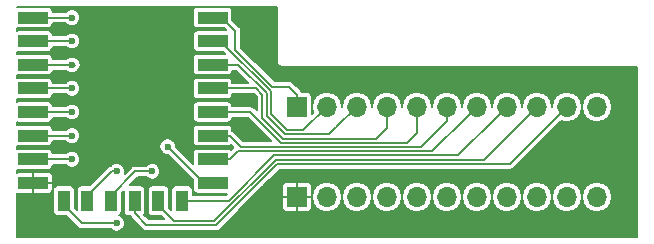
<source format=gbr>
G04 #@! TF.GenerationSoftware,KiCad,Pcbnew,5.0.2+dfsg1-1*
G04 #@! TF.CreationDate,2021-01-06T22:48:14+01:00*
G04 #@! TF.ProjectId,esp_12e_proto_board,6573705f-3132-4655-9f70-726f746f5f62,B*
G04 #@! TF.SameCoordinates,Original*
G04 #@! TF.FileFunction,Copper,L1,Top*
G04 #@! TF.FilePolarity,Positive*
%FSLAX46Y46*%
G04 Gerber Fmt 4.6, Leading zero omitted, Abs format (unit mm)*
G04 Created by KiCad (PCBNEW 5.0.2+dfsg1-1) date Wed 06 Jan 2021 10:48:14 PM CET*
%MOMM*%
%LPD*%
G01*
G04 APERTURE LIST*
G04 #@! TA.AperFunction,SMDPad,CuDef*
%ADD10R,2.500000X1.000000*%
G04 #@! TD*
G04 #@! TA.AperFunction,SMDPad,CuDef*
%ADD11R,1.000000X1.800000*%
G04 #@! TD*
G04 #@! TA.AperFunction,ComponentPad*
%ADD12O,1.700000X1.700000*%
G04 #@! TD*
G04 #@! TA.AperFunction,ComponentPad*
%ADD13R,1.700000X1.700000*%
G04 #@! TD*
G04 #@! TA.AperFunction,ViaPad*
%ADD14C,0.600000*%
G04 #@! TD*
G04 #@! TA.AperFunction,Conductor*
%ADD15C,0.177800*%
G04 #@! TD*
G04 #@! TA.AperFunction,Conductor*
%ADD16C,0.127000*%
G04 #@! TD*
G04 #@! TA.AperFunction,Conductor*
%ADD17C,0.200000*%
G04 #@! TD*
G04 APERTURE END LIST*
D10*
G04 #@! TO.P,U1,1*
G04 #@! TO.N,~RST*
X123718000Y-92766000D03*
G04 #@! TO.P,U1,2*
G04 #@! TO.N,ADC*
X123718000Y-94766000D03*
G04 #@! TO.P,U1,3*
G04 #@! TO.N,EN*
X123718000Y-96766000D03*
G04 #@! TO.P,U1,4*
G04 #@! TO.N,GPIO16*
X123718000Y-98766000D03*
G04 #@! TO.P,U1,5*
G04 #@! TO.N,GPIO14*
X123718000Y-100766000D03*
G04 #@! TO.P,U1,6*
G04 #@! TO.N,GPIO12*
X123718000Y-102766000D03*
G04 #@! TO.P,U1,7*
G04 #@! TO.N,GPIO13*
X123718000Y-104766000D03*
G04 #@! TO.P,U1,8*
G04 #@! TO.N,+3V3*
X123718000Y-106766000D03*
D11*
G04 #@! TO.P,U1,9*
G04 #@! TO.N,CS0*
X126318000Y-108266000D03*
G04 #@! TO.P,U1,10*
G04 #@! TO.N,MISO*
X128318000Y-108266000D03*
G04 #@! TO.P,U1,11*
G04 #@! TO.N,GPIO9*
X130318000Y-108266000D03*
G04 #@! TO.P,U1,12*
G04 #@! TO.N,GPIO10*
X132318000Y-108266000D03*
G04 #@! TO.P,U1,13*
G04 #@! TO.N,MOSI*
X134318000Y-108266000D03*
G04 #@! TO.P,U1,14*
G04 #@! TO.N,SCLK*
X136318000Y-108266000D03*
D10*
G04 #@! TO.P,U1,15*
G04 #@! TO.N,GND*
X138918000Y-106766000D03*
G04 #@! TO.P,U1,16*
G04 #@! TO.N,GPIO15*
X138918000Y-104766000D03*
G04 #@! TO.P,U1,17*
G04 #@! TO.N,GPIO2*
X138918000Y-102766000D03*
G04 #@! TO.P,U1,18*
G04 #@! TO.N,GPIO0*
X138918000Y-100766000D03*
G04 #@! TO.P,U1,19*
G04 #@! TO.N,GPIO4*
X138918000Y-98766000D03*
G04 #@! TO.P,U1,20*
G04 #@! TO.N,GPIO5*
X138918000Y-96766000D03*
G04 #@! TO.P,U1,21*
G04 #@! TO.N,RXD0*
X138918000Y-94766000D03*
G04 #@! TO.P,U1,22*
G04 #@! TO.N,TXD0*
X138918000Y-92766000D03*
G04 #@! TD*
D12*
G04 #@! TO.P,J1,11*
G04 #@! TO.N,GND*
X171450000Y-100330000D03*
G04 #@! TO.P,J1,10*
G04 #@! TO.N,GPIO10*
X168910000Y-100330000D03*
G04 #@! TO.P,J1,9*
G04 #@! TO.N,MOSI*
X166370000Y-100330000D03*
G04 #@! TO.P,J1,8*
G04 #@! TO.N,SCLK*
X163830000Y-100330000D03*
G04 #@! TO.P,J1,7*
G04 #@! TO.N,GPIO15*
X161290000Y-100330000D03*
G04 #@! TO.P,J1,6*
G04 #@! TO.N,GPIO2*
X158750000Y-100330000D03*
G04 #@! TO.P,J1,5*
G04 #@! TO.N,GPIO0*
X156210000Y-100330000D03*
G04 #@! TO.P,J1,4*
G04 #@! TO.N,GPIO4*
X153670000Y-100330000D03*
G04 #@! TO.P,J1,3*
G04 #@! TO.N,GPIO5*
X151130000Y-100330000D03*
G04 #@! TO.P,J1,2*
G04 #@! TO.N,RXD0*
X148590000Y-100330000D03*
D13*
G04 #@! TO.P,J1,1*
G04 #@! TO.N,TXD0*
X146050000Y-100330000D03*
G04 #@! TD*
G04 #@! TO.P,J2,1*
G04 #@! TO.N,+3V3*
X146050000Y-107950000D03*
D12*
G04 #@! TO.P,J2,2*
G04 #@! TO.N,CS0*
X148590000Y-107950000D03*
G04 #@! TO.P,J2,3*
G04 #@! TO.N,MISO*
X151130000Y-107950000D03*
G04 #@! TO.P,J2,4*
G04 #@! TO.N,GPIO9*
X153670000Y-107950000D03*
G04 #@! TO.P,J2,5*
G04 #@! TO.N,GPIO13*
X156210000Y-107950000D03*
G04 #@! TO.P,J2,6*
G04 #@! TO.N,GPIO12*
X158750000Y-107950000D03*
G04 #@! TO.P,J2,7*
G04 #@! TO.N,GPIO14*
X161290000Y-107950000D03*
G04 #@! TO.P,J2,8*
G04 #@! TO.N,GPIO16*
X163830000Y-107950000D03*
G04 #@! TO.P,J2,9*
G04 #@! TO.N,EN*
X166370000Y-107950000D03*
G04 #@! TO.P,J2,10*
G04 #@! TO.N,ADC*
X168910000Y-107950000D03*
G04 #@! TO.P,J2,11*
G04 #@! TO.N,~RST*
X171450000Y-107950000D03*
G04 #@! TD*
D14*
G04 #@! TO.N,GND*
X135100000Y-103700000D03*
G04 #@! TO.N,CS0*
X130800000Y-110200000D03*
G04 #@! TO.N,MISO*
X130800000Y-105800000D03*
G04 #@! TO.N,GPIO9*
X133800000Y-105800000D03*
G04 #@! TO.N,GPIO13*
X127000000Y-104766000D03*
G04 #@! TO.N,GPIO12*
X127000000Y-102766000D03*
G04 #@! TO.N,GPIO14*
X127000000Y-100766000D03*
G04 #@! TO.N,GPIO16*
X127000000Y-98766000D03*
G04 #@! TO.N,EN*
X127000000Y-96766000D03*
G04 #@! TO.N,ADC*
X127000000Y-94766000D03*
G04 #@! TO.N,~RST*
X127000000Y-92766000D03*
G04 #@! TD*
D15*
G04 #@! TO.N,GND*
X138918000Y-106766000D02*
X139668000Y-106766000D01*
X135102000Y-103700000D02*
X135100000Y-103700000D01*
X138168000Y-106766000D02*
X135102000Y-103700000D01*
X138918000Y-106766000D02*
X138168000Y-106766000D01*
G04 #@! TO.N,SCLK*
X136318000Y-108266000D02*
X136995800Y-108266000D01*
X136318000Y-108266000D02*
X140273000Y-108266000D01*
X162980001Y-101179999D02*
X163830000Y-100330000D01*
X159715141Y-104444859D02*
X162980001Y-101179999D01*
X144094141Y-104444859D02*
X159715141Y-104444859D01*
X140273000Y-108266000D02*
X144094141Y-104444859D01*
G04 #@! TO.N,MOSI*
X134318000Y-108666000D02*
X135634000Y-109982000D01*
X134318000Y-108266000D02*
X134318000Y-108666000D01*
X161899531Y-104800469D02*
X165520001Y-101179999D01*
X165520001Y-101179999D02*
X166370000Y-100330000D01*
X139065000Y-109982000D02*
X144246531Y-104800469D01*
X144246531Y-104800469D02*
X161899531Y-104800469D01*
X135634000Y-109982000D02*
X139065000Y-109982000D01*
G04 #@! TO.N,GPIO10*
X132318000Y-108266000D02*
X132318000Y-108666000D01*
X164083921Y-105156079D02*
X168060001Y-101179999D01*
X144393829Y-105156079D02*
X164083921Y-105156079D01*
X139212299Y-110337609D02*
X144393829Y-105156079D01*
X133311810Y-110337610D02*
X139212299Y-110337609D01*
X132318000Y-109343800D02*
X133311810Y-110337610D01*
X168060001Y-101179999D02*
X168910000Y-100330000D01*
X132318000Y-108266000D02*
X132318000Y-109343800D01*
G04 #@! TO.N,GPIO15*
X157530751Y-104089249D02*
X160440001Y-101179999D01*
X141022551Y-104089249D02*
X157530751Y-104089249D01*
X140345800Y-104766000D02*
X141022551Y-104089249D01*
X160440001Y-101179999D02*
X161290000Y-100330000D01*
X138918000Y-104766000D02*
X140345800Y-104766000D01*
G04 #@! TO.N,GPIO2*
X158750000Y-101532081D02*
X158750000Y-100330000D01*
X141313439Y-103733639D02*
X156548442Y-103733639D01*
X140345800Y-102766000D02*
X141313439Y-103733639D01*
X156548442Y-103733639D02*
X158750000Y-101532081D01*
X138918000Y-102766000D02*
X140345800Y-102766000D01*
G04 #@! TO.N,GPIO0*
X144708921Y-103378029D02*
X155371771Y-103378029D01*
X142096892Y-100766000D02*
X144708921Y-103378029D01*
X138918000Y-100766000D02*
X142096892Y-100766000D01*
X156210000Y-102539800D02*
X156210000Y-100330000D01*
X155371771Y-103378029D02*
X156210000Y-102539800D01*
G04 #@! TO.N,GPIO4*
X138918000Y-98766000D02*
X142582131Y-98766000D01*
X143128990Y-99312859D02*
X143128990Y-101295190D01*
X142582131Y-98766000D02*
X143128990Y-99312859D01*
X144856219Y-103022419D02*
X152730181Y-103022419D01*
X143128990Y-101295190D02*
X144856219Y-103022419D01*
X153670000Y-102082600D02*
X153670000Y-100330000D01*
X152730181Y-103022419D02*
X153670000Y-102082600D01*
G04 #@! TO.N,GPIO5*
X145008609Y-102666809D02*
X148793191Y-102666809D01*
X143484600Y-101142800D02*
X145008609Y-102666809D01*
X148793191Y-102666809D02*
X149400000Y-102060000D01*
X143484600Y-99165561D02*
X143484600Y-101142800D01*
X141093039Y-96774000D02*
X143484600Y-99165561D01*
X140353800Y-96774000D02*
X141093039Y-96774000D01*
X149148791Y-102311209D02*
X149400000Y-102060000D01*
X149400000Y-102060000D02*
X151130000Y-100330000D01*
X140345800Y-96766000D02*
X140353800Y-96774000D01*
X138918000Y-96766000D02*
X140345800Y-96766000D01*
D16*
G04 #@! TO.N,RXD0*
X138918000Y-94766000D02*
X139668000Y-94766000D01*
D15*
X139668000Y-94766000D02*
X139720200Y-94818200D01*
X139720200Y-94898253D02*
X143840200Y-99018253D01*
X139720200Y-94818200D02*
X139720200Y-94898253D01*
X143840200Y-99018253D02*
X143840200Y-100965000D01*
X143840200Y-100965000D02*
X145186400Y-102311200D01*
X146608800Y-102311200D02*
X148590000Y-100330000D01*
X145186400Y-102311200D02*
X146608800Y-102311200D01*
G04 #@! TO.N,TXD0*
X143953055Y-98628200D02*
X140843000Y-95518145D01*
X139668000Y-92766000D02*
X138918000Y-92766000D01*
X140843000Y-93941000D02*
X139668000Y-92766000D01*
X140843000Y-95518145D02*
X140843000Y-93941000D01*
X145376000Y-98628200D02*
X146050000Y-99302200D01*
X146050000Y-99302200D02*
X146050000Y-100330000D01*
X143953055Y-98628200D02*
X145376000Y-98628200D01*
G04 #@! TO.N,CS0*
X126318000Y-108266000D02*
X126318000Y-108666000D01*
X126318000Y-108666000D02*
X127852000Y-110200000D01*
X127852000Y-110200000D02*
X128252000Y-110200000D01*
X128252000Y-110200000D02*
X130800000Y-110200000D01*
G04 #@! TO.N,MISO*
X130384000Y-105800000D02*
X130800000Y-105800000D01*
X128318000Y-107866000D02*
X130384000Y-105800000D01*
X128318000Y-108266000D02*
X128318000Y-107866000D01*
G04 #@! TO.N,GPIO9*
X132384000Y-105800000D02*
X133800000Y-105800000D01*
X130318000Y-107866000D02*
X132384000Y-105800000D01*
X130318000Y-108266000D02*
X130318000Y-107866000D01*
G04 #@! TO.N,GPIO13*
X123718000Y-104766000D02*
X127000000Y-104766000D01*
G04 #@! TO.N,GPIO12*
X123718000Y-102766000D02*
X127000000Y-102766000D01*
G04 #@! TO.N,GPIO14*
X123718000Y-100766000D02*
X127000000Y-100766000D01*
G04 #@! TO.N,GPIO16*
X123718000Y-98766000D02*
X127000000Y-98766000D01*
G04 #@! TO.N,EN*
X123718000Y-96766000D02*
X127236600Y-96766000D01*
G04 #@! TO.N,ADC*
X123718000Y-94766000D02*
X127000000Y-94766000D01*
G04 #@! TO.N,~RST*
X123718000Y-92766000D02*
X127000000Y-92766000D01*
G04 #@! TD*
D17*
G04 #@! TO.N,+3V3*
G36*
X144367300Y-96479354D02*
X144359215Y-96520000D01*
X144391245Y-96681027D01*
X144448022Y-96766000D01*
X144482460Y-96817540D01*
X144618973Y-96908755D01*
X144780000Y-96940785D01*
X144820646Y-96932700D01*
X174847301Y-96932700D01*
X174847300Y-111347300D01*
X122332700Y-111347300D01*
X122332700Y-107642914D01*
X122388435Y-107666000D01*
X123613000Y-107666000D01*
X123713000Y-107566000D01*
X123713000Y-106771000D01*
X123723000Y-106771000D01*
X123723000Y-107566000D01*
X123823000Y-107666000D01*
X125047565Y-107666000D01*
X125194582Y-107605104D01*
X125307104Y-107492582D01*
X125359535Y-107366000D01*
X125410164Y-107366000D01*
X125410164Y-109166000D01*
X125441209Y-109322072D01*
X125529616Y-109454384D01*
X125661928Y-109542791D01*
X125818000Y-109573836D01*
X126534428Y-109573836D01*
X127472247Y-110511656D01*
X127499523Y-110552477D01*
X127661241Y-110660534D01*
X127803848Y-110688900D01*
X127803849Y-110688900D01*
X127852000Y-110698478D01*
X127900151Y-110688900D01*
X130298950Y-110688900D01*
X130403482Y-110793432D01*
X130660761Y-110900000D01*
X130939239Y-110900000D01*
X131196518Y-110793432D01*
X131393432Y-110596518D01*
X131500000Y-110339239D01*
X131500000Y-110060761D01*
X131393432Y-109803482D01*
X131196518Y-109606568D01*
X131000276Y-109525282D01*
X131106384Y-109454384D01*
X131194791Y-109322072D01*
X131225836Y-109166000D01*
X131225836Y-107649572D01*
X131410164Y-107465244D01*
X131410164Y-109166000D01*
X131441209Y-109322072D01*
X131529616Y-109454384D01*
X131661928Y-109542791D01*
X131818000Y-109573836D01*
X131883711Y-109573836D01*
X131965524Y-109696277D01*
X132006344Y-109723552D01*
X132932060Y-110649269D01*
X132959334Y-110690087D01*
X133000152Y-110717361D01*
X133000154Y-110717363D01*
X133121050Y-110798143D01*
X133121051Y-110798143D01*
X133121052Y-110798144D01*
X133263659Y-110826510D01*
X133311810Y-110836088D01*
X133359961Y-110826510D01*
X139164147Y-110826508D01*
X139212299Y-110836086D01*
X139403058Y-110798142D01*
X139523954Y-110717362D01*
X139523955Y-110717361D01*
X139564776Y-110690085D01*
X139592052Y-110649265D01*
X142186317Y-108055000D01*
X144800000Y-108055000D01*
X144800000Y-108879565D01*
X144860896Y-109026582D01*
X144973418Y-109139104D01*
X145120435Y-109200000D01*
X145945000Y-109200000D01*
X146045000Y-109100000D01*
X146045000Y-107955000D01*
X146055000Y-107955000D01*
X146055000Y-109100000D01*
X146155000Y-109200000D01*
X146979565Y-109200000D01*
X147126582Y-109139104D01*
X147239104Y-109026582D01*
X147300000Y-108879565D01*
X147300000Y-108055000D01*
X147200000Y-107955000D01*
X146055000Y-107955000D01*
X146045000Y-107955000D01*
X144900000Y-107955000D01*
X144800000Y-108055000D01*
X142186317Y-108055000D01*
X142291317Y-107950000D01*
X147315512Y-107950000D01*
X147412527Y-108437725D01*
X147688801Y-108851199D01*
X148102275Y-109127473D01*
X148466891Y-109200000D01*
X148713109Y-109200000D01*
X149077725Y-109127473D01*
X149491199Y-108851199D01*
X149767473Y-108437725D01*
X149860000Y-107972563D01*
X149952527Y-108437725D01*
X150228801Y-108851199D01*
X150642275Y-109127473D01*
X151006891Y-109200000D01*
X151253109Y-109200000D01*
X151617725Y-109127473D01*
X152031199Y-108851199D01*
X152307473Y-108437725D01*
X152400000Y-107972563D01*
X152492527Y-108437725D01*
X152768801Y-108851199D01*
X153182275Y-109127473D01*
X153546891Y-109200000D01*
X153793109Y-109200000D01*
X154157725Y-109127473D01*
X154571199Y-108851199D01*
X154847473Y-108437725D01*
X154940000Y-107972563D01*
X155032527Y-108437725D01*
X155308801Y-108851199D01*
X155722275Y-109127473D01*
X156086891Y-109200000D01*
X156333109Y-109200000D01*
X156697725Y-109127473D01*
X157111199Y-108851199D01*
X157387473Y-108437725D01*
X157480000Y-107972563D01*
X157572527Y-108437725D01*
X157848801Y-108851199D01*
X158262275Y-109127473D01*
X158626891Y-109200000D01*
X158873109Y-109200000D01*
X159237725Y-109127473D01*
X159651199Y-108851199D01*
X159927473Y-108437725D01*
X160020000Y-107972563D01*
X160112527Y-108437725D01*
X160388801Y-108851199D01*
X160802275Y-109127473D01*
X161166891Y-109200000D01*
X161413109Y-109200000D01*
X161777725Y-109127473D01*
X162191199Y-108851199D01*
X162467473Y-108437725D01*
X162560000Y-107972563D01*
X162652527Y-108437725D01*
X162928801Y-108851199D01*
X163342275Y-109127473D01*
X163706891Y-109200000D01*
X163953109Y-109200000D01*
X164317725Y-109127473D01*
X164731199Y-108851199D01*
X165007473Y-108437725D01*
X165100000Y-107972563D01*
X165192527Y-108437725D01*
X165468801Y-108851199D01*
X165882275Y-109127473D01*
X166246891Y-109200000D01*
X166493109Y-109200000D01*
X166857725Y-109127473D01*
X167271199Y-108851199D01*
X167547473Y-108437725D01*
X167640000Y-107972563D01*
X167732527Y-108437725D01*
X168008801Y-108851199D01*
X168422275Y-109127473D01*
X168786891Y-109200000D01*
X169033109Y-109200000D01*
X169397725Y-109127473D01*
X169811199Y-108851199D01*
X170087473Y-108437725D01*
X170180000Y-107972563D01*
X170272527Y-108437725D01*
X170548801Y-108851199D01*
X170962275Y-109127473D01*
X171326891Y-109200000D01*
X171573109Y-109200000D01*
X171937725Y-109127473D01*
X172351199Y-108851199D01*
X172627473Y-108437725D01*
X172724488Y-107950000D01*
X172627473Y-107462275D01*
X172351199Y-107048801D01*
X171937725Y-106772527D01*
X171573109Y-106700000D01*
X171326891Y-106700000D01*
X170962275Y-106772527D01*
X170548801Y-107048801D01*
X170272527Y-107462275D01*
X170180000Y-107927437D01*
X170087473Y-107462275D01*
X169811199Y-107048801D01*
X169397725Y-106772527D01*
X169033109Y-106700000D01*
X168786891Y-106700000D01*
X168422275Y-106772527D01*
X168008801Y-107048801D01*
X167732527Y-107462275D01*
X167640000Y-107927437D01*
X167547473Y-107462275D01*
X167271199Y-107048801D01*
X166857725Y-106772527D01*
X166493109Y-106700000D01*
X166246891Y-106700000D01*
X165882275Y-106772527D01*
X165468801Y-107048801D01*
X165192527Y-107462275D01*
X165100000Y-107927437D01*
X165007473Y-107462275D01*
X164731199Y-107048801D01*
X164317725Y-106772527D01*
X163953109Y-106700000D01*
X163706891Y-106700000D01*
X163342275Y-106772527D01*
X162928801Y-107048801D01*
X162652527Y-107462275D01*
X162560000Y-107927437D01*
X162467473Y-107462275D01*
X162191199Y-107048801D01*
X161777725Y-106772527D01*
X161413109Y-106700000D01*
X161166891Y-106700000D01*
X160802275Y-106772527D01*
X160388801Y-107048801D01*
X160112527Y-107462275D01*
X160020000Y-107927437D01*
X159927473Y-107462275D01*
X159651199Y-107048801D01*
X159237725Y-106772527D01*
X158873109Y-106700000D01*
X158626891Y-106700000D01*
X158262275Y-106772527D01*
X157848801Y-107048801D01*
X157572527Y-107462275D01*
X157480000Y-107927437D01*
X157387473Y-107462275D01*
X157111199Y-107048801D01*
X156697725Y-106772527D01*
X156333109Y-106700000D01*
X156086891Y-106700000D01*
X155722275Y-106772527D01*
X155308801Y-107048801D01*
X155032527Y-107462275D01*
X154940000Y-107927437D01*
X154847473Y-107462275D01*
X154571199Y-107048801D01*
X154157725Y-106772527D01*
X153793109Y-106700000D01*
X153546891Y-106700000D01*
X153182275Y-106772527D01*
X152768801Y-107048801D01*
X152492527Y-107462275D01*
X152400000Y-107927437D01*
X152307473Y-107462275D01*
X152031199Y-107048801D01*
X151617725Y-106772527D01*
X151253109Y-106700000D01*
X151006891Y-106700000D01*
X150642275Y-106772527D01*
X150228801Y-107048801D01*
X149952527Y-107462275D01*
X149860000Y-107927437D01*
X149767473Y-107462275D01*
X149491199Y-107048801D01*
X149077725Y-106772527D01*
X148713109Y-106700000D01*
X148466891Y-106700000D01*
X148102275Y-106772527D01*
X147688801Y-107048801D01*
X147412527Y-107462275D01*
X147315512Y-107950000D01*
X142291317Y-107950000D01*
X143220882Y-107020435D01*
X144800000Y-107020435D01*
X144800000Y-107845000D01*
X144900000Y-107945000D01*
X146045000Y-107945000D01*
X146045000Y-106800000D01*
X146055000Y-106800000D01*
X146055000Y-107945000D01*
X147200000Y-107945000D01*
X147300000Y-107845000D01*
X147300000Y-107020435D01*
X147239104Y-106873418D01*
X147126582Y-106760896D01*
X146979565Y-106700000D01*
X146155000Y-106700000D01*
X146055000Y-106800000D01*
X146045000Y-106800000D01*
X145945000Y-106700000D01*
X145120435Y-106700000D01*
X144973418Y-106760896D01*
X144860896Y-106873418D01*
X144800000Y-107020435D01*
X143220882Y-107020435D01*
X144596338Y-105644979D01*
X164035774Y-105644979D01*
X164083921Y-105654556D01*
X164132068Y-105644979D01*
X164132073Y-105644979D01*
X164274680Y-105616613D01*
X164436398Y-105508556D01*
X164463676Y-105467733D01*
X168423660Y-101507749D01*
X168786891Y-101580000D01*
X169033109Y-101580000D01*
X169397725Y-101507473D01*
X169811199Y-101231199D01*
X170087473Y-100817725D01*
X170180000Y-100352563D01*
X170272527Y-100817725D01*
X170548801Y-101231199D01*
X170962275Y-101507473D01*
X171326891Y-101580000D01*
X171573109Y-101580000D01*
X171937725Y-101507473D01*
X172351199Y-101231199D01*
X172627473Y-100817725D01*
X172724488Y-100330000D01*
X172627473Y-99842275D01*
X172351199Y-99428801D01*
X171937725Y-99152527D01*
X171573109Y-99080000D01*
X171326891Y-99080000D01*
X170962275Y-99152527D01*
X170548801Y-99428801D01*
X170272527Y-99842275D01*
X170180000Y-100307437D01*
X170087473Y-99842275D01*
X169811199Y-99428801D01*
X169397725Y-99152527D01*
X169033109Y-99080000D01*
X168786891Y-99080000D01*
X168422275Y-99152527D01*
X168008801Y-99428801D01*
X167732527Y-99842275D01*
X167640000Y-100307437D01*
X167547473Y-99842275D01*
X167271199Y-99428801D01*
X166857725Y-99152527D01*
X166493109Y-99080000D01*
X166246891Y-99080000D01*
X165882275Y-99152527D01*
X165468801Y-99428801D01*
X165192527Y-99842275D01*
X165100000Y-100307437D01*
X165007473Y-99842275D01*
X164731199Y-99428801D01*
X164317725Y-99152527D01*
X163953109Y-99080000D01*
X163706891Y-99080000D01*
X163342275Y-99152527D01*
X162928801Y-99428801D01*
X162652527Y-99842275D01*
X162560000Y-100307437D01*
X162467473Y-99842275D01*
X162191199Y-99428801D01*
X161777725Y-99152527D01*
X161413109Y-99080000D01*
X161166891Y-99080000D01*
X160802275Y-99152527D01*
X160388801Y-99428801D01*
X160112527Y-99842275D01*
X160020000Y-100307437D01*
X159927473Y-99842275D01*
X159651199Y-99428801D01*
X159237725Y-99152527D01*
X158873109Y-99080000D01*
X158626891Y-99080000D01*
X158262275Y-99152527D01*
X157848801Y-99428801D01*
X157572527Y-99842275D01*
X157480000Y-100307437D01*
X157387473Y-99842275D01*
X157111199Y-99428801D01*
X156697725Y-99152527D01*
X156333109Y-99080000D01*
X156086891Y-99080000D01*
X155722275Y-99152527D01*
X155308801Y-99428801D01*
X155032527Y-99842275D01*
X154940000Y-100307437D01*
X154847473Y-99842275D01*
X154571199Y-99428801D01*
X154157725Y-99152527D01*
X153793109Y-99080000D01*
X153546891Y-99080000D01*
X153182275Y-99152527D01*
X152768801Y-99428801D01*
X152492527Y-99842275D01*
X152400000Y-100307437D01*
X152307473Y-99842275D01*
X152031199Y-99428801D01*
X151617725Y-99152527D01*
X151253109Y-99080000D01*
X151006891Y-99080000D01*
X150642275Y-99152527D01*
X150228801Y-99428801D01*
X149952527Y-99842275D01*
X149860000Y-100307437D01*
X149767473Y-99842275D01*
X149491199Y-99428801D01*
X149077725Y-99152527D01*
X148713109Y-99080000D01*
X148466891Y-99080000D01*
X148102275Y-99152527D01*
X147688801Y-99428801D01*
X147412527Y-99842275D01*
X147315512Y-100330000D01*
X147412251Y-100816340D01*
X147307836Y-100920755D01*
X147307836Y-99480000D01*
X147276791Y-99323928D01*
X147188384Y-99191616D01*
X147056072Y-99103209D01*
X146900000Y-99072164D01*
X146484290Y-99072164D01*
X146455685Y-99029354D01*
X146429753Y-98990544D01*
X146402477Y-98949723D01*
X146361657Y-98922448D01*
X145755754Y-98316546D01*
X145728477Y-98275723D01*
X145566759Y-98167666D01*
X145424152Y-98139300D01*
X145424147Y-98139300D01*
X145376000Y-98129723D01*
X145327853Y-98139300D01*
X144155564Y-98139300D01*
X141331900Y-95315637D01*
X141331900Y-93989147D01*
X141341477Y-93941000D01*
X141331900Y-93892853D01*
X141331900Y-93892848D01*
X141303534Y-93750241D01*
X141195477Y-93588523D01*
X141154656Y-93561247D01*
X140575836Y-92982428D01*
X140575836Y-92266000D01*
X140544791Y-92109928D01*
X140456384Y-91977616D01*
X140324072Y-91889209D01*
X140168000Y-91858164D01*
X137668000Y-91858164D01*
X137511928Y-91889209D01*
X137379616Y-91977616D01*
X137291209Y-92109928D01*
X137260164Y-92266000D01*
X137260164Y-93266000D01*
X137291209Y-93422072D01*
X137379616Y-93554384D01*
X137511928Y-93642791D01*
X137668000Y-93673836D01*
X139884428Y-93673836D01*
X140068755Y-93858164D01*
X137668000Y-93858164D01*
X137511928Y-93889209D01*
X137379616Y-93977616D01*
X137291209Y-94109928D01*
X137260164Y-94266000D01*
X137260164Y-95266000D01*
X137291209Y-95422072D01*
X137379616Y-95554384D01*
X137511928Y-95642791D01*
X137668000Y-95673836D01*
X139804375Y-95673836D01*
X139988703Y-95858164D01*
X137668000Y-95858164D01*
X137511928Y-95889209D01*
X137379616Y-95977616D01*
X137291209Y-96109928D01*
X137260164Y-96266000D01*
X137260164Y-97266000D01*
X137291209Y-97422072D01*
X137379616Y-97554384D01*
X137511928Y-97642791D01*
X137668000Y-97673836D01*
X140168000Y-97673836D01*
X140324072Y-97642791D01*
X140456384Y-97554384D01*
X140544791Y-97422072D01*
X140575836Y-97266000D01*
X140575836Y-97262900D01*
X140890531Y-97262900D01*
X141904731Y-98277100D01*
X140575836Y-98277100D01*
X140575836Y-98266000D01*
X140544791Y-98109928D01*
X140456384Y-97977616D01*
X140324072Y-97889209D01*
X140168000Y-97858164D01*
X137668000Y-97858164D01*
X137511928Y-97889209D01*
X137379616Y-97977616D01*
X137291209Y-98109928D01*
X137260164Y-98266000D01*
X137260164Y-99266000D01*
X137291209Y-99422072D01*
X137379616Y-99554384D01*
X137511928Y-99642791D01*
X137668000Y-99673836D01*
X140168000Y-99673836D01*
X140324072Y-99642791D01*
X140456384Y-99554384D01*
X140544791Y-99422072D01*
X140575836Y-99266000D01*
X140575836Y-99254900D01*
X142379623Y-99254900D01*
X142640090Y-99515368D01*
X142640091Y-100617791D01*
X142476646Y-100454346D01*
X142449369Y-100413523D01*
X142287651Y-100305466D01*
X142145044Y-100277100D01*
X142145039Y-100277100D01*
X142096892Y-100267523D01*
X142048745Y-100277100D01*
X140575836Y-100277100D01*
X140575836Y-100266000D01*
X140544791Y-100109928D01*
X140456384Y-99977616D01*
X140324072Y-99889209D01*
X140168000Y-99858164D01*
X137668000Y-99858164D01*
X137511928Y-99889209D01*
X137379616Y-99977616D01*
X137291209Y-100109928D01*
X137260164Y-100266000D01*
X137260164Y-101266000D01*
X137291209Y-101422072D01*
X137379616Y-101554384D01*
X137511928Y-101642791D01*
X137668000Y-101673836D01*
X140168000Y-101673836D01*
X140324072Y-101642791D01*
X140456384Y-101554384D01*
X140544791Y-101422072D01*
X140575836Y-101266000D01*
X140575836Y-101254900D01*
X141894384Y-101254900D01*
X143884222Y-103244739D01*
X141515948Y-103244739D01*
X140725554Y-102454346D01*
X140698277Y-102413523D01*
X140575836Y-102331710D01*
X140575836Y-102266000D01*
X140544791Y-102109928D01*
X140456384Y-101977616D01*
X140324072Y-101889209D01*
X140168000Y-101858164D01*
X137668000Y-101858164D01*
X137511928Y-101889209D01*
X137379616Y-101977616D01*
X137291209Y-102109928D01*
X137260164Y-102266000D01*
X137260164Y-103266000D01*
X137291209Y-103422072D01*
X137379616Y-103554384D01*
X137511928Y-103642791D01*
X137668000Y-103673836D01*
X140168000Y-103673836D01*
X140324072Y-103642791D01*
X140448226Y-103559835D01*
X140652085Y-103763694D01*
X140642798Y-103777593D01*
X140448226Y-103972165D01*
X140324072Y-103889209D01*
X140168000Y-103858164D01*
X137668000Y-103858164D01*
X137511928Y-103889209D01*
X137379616Y-103977616D01*
X137291209Y-104109928D01*
X137260164Y-104266000D01*
X137260164Y-105166755D01*
X135800000Y-103706592D01*
X135800000Y-103560761D01*
X135693432Y-103303482D01*
X135496518Y-103106568D01*
X135239239Y-103000000D01*
X134960761Y-103000000D01*
X134703482Y-103106568D01*
X134506568Y-103303482D01*
X134400000Y-103560761D01*
X134400000Y-103839239D01*
X134506568Y-104096518D01*
X134703482Y-104293432D01*
X134960761Y-104400000D01*
X135110592Y-104400000D01*
X137260164Y-106549573D01*
X137260164Y-107266000D01*
X137291209Y-107422072D01*
X137379616Y-107554384D01*
X137511928Y-107642791D01*
X137668000Y-107673836D01*
X140168000Y-107673836D01*
X140175185Y-107672407D01*
X140070492Y-107777100D01*
X137225836Y-107777100D01*
X137225836Y-107366000D01*
X137194791Y-107209928D01*
X137106384Y-107077616D01*
X136974072Y-106989209D01*
X136818000Y-106958164D01*
X135818000Y-106958164D01*
X135661928Y-106989209D01*
X135529616Y-107077616D01*
X135441209Y-107209928D01*
X135410164Y-107366000D01*
X135410164Y-109066755D01*
X135225836Y-108882428D01*
X135225836Y-107366000D01*
X135194791Y-107209928D01*
X135106384Y-107077616D01*
X134974072Y-106989209D01*
X134818000Y-106958164D01*
X133818000Y-106958164D01*
X133661928Y-106989209D01*
X133529616Y-107077616D01*
X133441209Y-107209928D01*
X133410164Y-107366000D01*
X133410164Y-109166000D01*
X133441209Y-109322072D01*
X133529616Y-109454384D01*
X133661928Y-109542791D01*
X133818000Y-109573836D01*
X134534428Y-109573836D01*
X134809302Y-109848710D01*
X133514320Y-109848711D01*
X133111835Y-109446226D01*
X133194791Y-109322072D01*
X133225836Y-109166000D01*
X133225836Y-107366000D01*
X133194791Y-107209928D01*
X133106384Y-107077616D01*
X132974072Y-106989209D01*
X132818000Y-106958164D01*
X131917245Y-106958164D01*
X132586509Y-106288900D01*
X133298950Y-106288900D01*
X133403482Y-106393432D01*
X133660761Y-106500000D01*
X133939239Y-106500000D01*
X134196518Y-106393432D01*
X134393432Y-106196518D01*
X134500000Y-105939239D01*
X134500000Y-105660761D01*
X134393432Y-105403482D01*
X134196518Y-105206568D01*
X133939239Y-105100000D01*
X133660761Y-105100000D01*
X133403482Y-105206568D01*
X133298950Y-105311100D01*
X132432146Y-105311100D01*
X132383999Y-105301523D01*
X132335852Y-105311100D01*
X132335848Y-105311100D01*
X132193241Y-105339466D01*
X132031523Y-105447523D01*
X132004247Y-105488344D01*
X131462275Y-106030317D01*
X131500000Y-105939239D01*
X131500000Y-105660761D01*
X131393432Y-105403482D01*
X131196518Y-105206568D01*
X130939239Y-105100000D01*
X130660761Y-105100000D01*
X130403482Y-105206568D01*
X130289788Y-105320262D01*
X130193241Y-105339466D01*
X130031523Y-105447523D01*
X130004247Y-105488344D01*
X128534428Y-106958164D01*
X127818000Y-106958164D01*
X127661928Y-106989209D01*
X127529616Y-107077616D01*
X127441209Y-107209928D01*
X127410164Y-107366000D01*
X127410164Y-109066756D01*
X127225836Y-108882428D01*
X127225836Y-107366000D01*
X127194791Y-107209928D01*
X127106384Y-107077616D01*
X126974072Y-106989209D01*
X126818000Y-106958164D01*
X125818000Y-106958164D01*
X125661928Y-106989209D01*
X125529616Y-107077616D01*
X125441209Y-107209928D01*
X125410164Y-107366000D01*
X125359535Y-107366000D01*
X125368000Y-107345565D01*
X125368000Y-106871000D01*
X125268000Y-106771000D01*
X123723000Y-106771000D01*
X123713000Y-106771000D01*
X123693000Y-106771000D01*
X123693000Y-106761000D01*
X123713000Y-106761000D01*
X123713000Y-105966000D01*
X123723000Y-105966000D01*
X123723000Y-106761000D01*
X125268000Y-106761000D01*
X125368000Y-106661000D01*
X125368000Y-106186435D01*
X125307104Y-106039418D01*
X125194582Y-105926896D01*
X125047565Y-105866000D01*
X123823000Y-105866000D01*
X123723000Y-105966000D01*
X123713000Y-105966000D01*
X123613000Y-105866000D01*
X122388435Y-105866000D01*
X122332700Y-105889086D01*
X122332700Y-105646923D01*
X122468000Y-105673836D01*
X124968000Y-105673836D01*
X125124072Y-105642791D01*
X125256384Y-105554384D01*
X125344791Y-105422072D01*
X125375836Y-105266000D01*
X125375836Y-105254900D01*
X126498950Y-105254900D01*
X126603482Y-105359432D01*
X126860761Y-105466000D01*
X127139239Y-105466000D01*
X127396518Y-105359432D01*
X127593432Y-105162518D01*
X127700000Y-104905239D01*
X127700000Y-104626761D01*
X127593432Y-104369482D01*
X127396518Y-104172568D01*
X127139239Y-104066000D01*
X126860761Y-104066000D01*
X126603482Y-104172568D01*
X126498950Y-104277100D01*
X125375836Y-104277100D01*
X125375836Y-104266000D01*
X125344791Y-104109928D01*
X125256384Y-103977616D01*
X125124072Y-103889209D01*
X124968000Y-103858164D01*
X122468000Y-103858164D01*
X122332700Y-103885077D01*
X122332700Y-103646923D01*
X122468000Y-103673836D01*
X124968000Y-103673836D01*
X125124072Y-103642791D01*
X125256384Y-103554384D01*
X125344791Y-103422072D01*
X125375836Y-103266000D01*
X125375836Y-103254900D01*
X126498950Y-103254900D01*
X126603482Y-103359432D01*
X126860761Y-103466000D01*
X127139239Y-103466000D01*
X127396518Y-103359432D01*
X127593432Y-103162518D01*
X127700000Y-102905239D01*
X127700000Y-102626761D01*
X127593432Y-102369482D01*
X127396518Y-102172568D01*
X127139239Y-102066000D01*
X126860761Y-102066000D01*
X126603482Y-102172568D01*
X126498950Y-102277100D01*
X125375836Y-102277100D01*
X125375836Y-102266000D01*
X125344791Y-102109928D01*
X125256384Y-101977616D01*
X125124072Y-101889209D01*
X124968000Y-101858164D01*
X122468000Y-101858164D01*
X122332700Y-101885077D01*
X122332700Y-101646923D01*
X122468000Y-101673836D01*
X124968000Y-101673836D01*
X125124072Y-101642791D01*
X125256384Y-101554384D01*
X125344791Y-101422072D01*
X125375836Y-101266000D01*
X125375836Y-101254900D01*
X126498950Y-101254900D01*
X126603482Y-101359432D01*
X126860761Y-101466000D01*
X127139239Y-101466000D01*
X127396518Y-101359432D01*
X127593432Y-101162518D01*
X127700000Y-100905239D01*
X127700000Y-100626761D01*
X127593432Y-100369482D01*
X127396518Y-100172568D01*
X127139239Y-100066000D01*
X126860761Y-100066000D01*
X126603482Y-100172568D01*
X126498950Y-100277100D01*
X125375836Y-100277100D01*
X125375836Y-100266000D01*
X125344791Y-100109928D01*
X125256384Y-99977616D01*
X125124072Y-99889209D01*
X124968000Y-99858164D01*
X122468000Y-99858164D01*
X122332700Y-99885077D01*
X122332700Y-99646923D01*
X122468000Y-99673836D01*
X124968000Y-99673836D01*
X125124072Y-99642791D01*
X125256384Y-99554384D01*
X125344791Y-99422072D01*
X125375836Y-99266000D01*
X125375836Y-99254900D01*
X126498950Y-99254900D01*
X126603482Y-99359432D01*
X126860761Y-99466000D01*
X127139239Y-99466000D01*
X127396518Y-99359432D01*
X127593432Y-99162518D01*
X127700000Y-98905239D01*
X127700000Y-98626761D01*
X127593432Y-98369482D01*
X127396518Y-98172568D01*
X127139239Y-98066000D01*
X126860761Y-98066000D01*
X126603482Y-98172568D01*
X126498950Y-98277100D01*
X125375836Y-98277100D01*
X125375836Y-98266000D01*
X125344791Y-98109928D01*
X125256384Y-97977616D01*
X125124072Y-97889209D01*
X124968000Y-97858164D01*
X122468000Y-97858164D01*
X122332700Y-97885077D01*
X122332700Y-97646923D01*
X122468000Y-97673836D01*
X124968000Y-97673836D01*
X125124072Y-97642791D01*
X125256384Y-97554384D01*
X125344791Y-97422072D01*
X125375836Y-97266000D01*
X125375836Y-97254900D01*
X126498950Y-97254900D01*
X126603482Y-97359432D01*
X126860761Y-97466000D01*
X127139239Y-97466000D01*
X127396518Y-97359432D01*
X127593432Y-97162518D01*
X127648529Y-97029501D01*
X127697134Y-96956759D01*
X127735078Y-96766000D01*
X127697134Y-96575241D01*
X127648529Y-96502499D01*
X127593432Y-96369482D01*
X127396518Y-96172568D01*
X127139239Y-96066000D01*
X126860761Y-96066000D01*
X126603482Y-96172568D01*
X126498950Y-96277100D01*
X125375836Y-96277100D01*
X125375836Y-96266000D01*
X125344791Y-96109928D01*
X125256384Y-95977616D01*
X125124072Y-95889209D01*
X124968000Y-95858164D01*
X122468000Y-95858164D01*
X122332700Y-95885077D01*
X122332700Y-95646923D01*
X122468000Y-95673836D01*
X124968000Y-95673836D01*
X125124072Y-95642791D01*
X125256384Y-95554384D01*
X125344791Y-95422072D01*
X125375836Y-95266000D01*
X125375836Y-95254900D01*
X126498950Y-95254900D01*
X126603482Y-95359432D01*
X126860761Y-95466000D01*
X127139239Y-95466000D01*
X127396518Y-95359432D01*
X127593432Y-95162518D01*
X127700000Y-94905239D01*
X127700000Y-94626761D01*
X127593432Y-94369482D01*
X127396518Y-94172568D01*
X127139239Y-94066000D01*
X126860761Y-94066000D01*
X126603482Y-94172568D01*
X126498950Y-94277100D01*
X125375836Y-94277100D01*
X125375836Y-94266000D01*
X125344791Y-94109928D01*
X125256384Y-93977616D01*
X125124072Y-93889209D01*
X124968000Y-93858164D01*
X122468000Y-93858164D01*
X122332700Y-93885077D01*
X122332700Y-93646923D01*
X122468000Y-93673836D01*
X124968000Y-93673836D01*
X125124072Y-93642791D01*
X125256384Y-93554384D01*
X125344791Y-93422072D01*
X125375836Y-93266000D01*
X125375836Y-93254900D01*
X126498950Y-93254900D01*
X126603482Y-93359432D01*
X126860761Y-93466000D01*
X127139239Y-93466000D01*
X127396518Y-93359432D01*
X127593432Y-93162518D01*
X127700000Y-92905239D01*
X127700000Y-92626761D01*
X127593432Y-92369482D01*
X127396518Y-92172568D01*
X127139239Y-92066000D01*
X126860761Y-92066000D01*
X126603482Y-92172568D01*
X126498950Y-92277100D01*
X125375836Y-92277100D01*
X125375836Y-92266000D01*
X125344791Y-92109928D01*
X125256384Y-91977616D01*
X125124072Y-91889209D01*
X124968000Y-91858164D01*
X122468000Y-91858164D01*
X122332700Y-91885077D01*
X122332700Y-91852700D01*
X144367301Y-91852700D01*
X144367300Y-96479354D01*
X144367300Y-96479354D01*
G37*
X144367300Y-96479354D02*
X144359215Y-96520000D01*
X144391245Y-96681027D01*
X144448022Y-96766000D01*
X144482460Y-96817540D01*
X144618973Y-96908755D01*
X144780000Y-96940785D01*
X144820646Y-96932700D01*
X174847301Y-96932700D01*
X174847300Y-111347300D01*
X122332700Y-111347300D01*
X122332700Y-107642914D01*
X122388435Y-107666000D01*
X123613000Y-107666000D01*
X123713000Y-107566000D01*
X123713000Y-106771000D01*
X123723000Y-106771000D01*
X123723000Y-107566000D01*
X123823000Y-107666000D01*
X125047565Y-107666000D01*
X125194582Y-107605104D01*
X125307104Y-107492582D01*
X125359535Y-107366000D01*
X125410164Y-107366000D01*
X125410164Y-109166000D01*
X125441209Y-109322072D01*
X125529616Y-109454384D01*
X125661928Y-109542791D01*
X125818000Y-109573836D01*
X126534428Y-109573836D01*
X127472247Y-110511656D01*
X127499523Y-110552477D01*
X127661241Y-110660534D01*
X127803848Y-110688900D01*
X127803849Y-110688900D01*
X127852000Y-110698478D01*
X127900151Y-110688900D01*
X130298950Y-110688900D01*
X130403482Y-110793432D01*
X130660761Y-110900000D01*
X130939239Y-110900000D01*
X131196518Y-110793432D01*
X131393432Y-110596518D01*
X131500000Y-110339239D01*
X131500000Y-110060761D01*
X131393432Y-109803482D01*
X131196518Y-109606568D01*
X131000276Y-109525282D01*
X131106384Y-109454384D01*
X131194791Y-109322072D01*
X131225836Y-109166000D01*
X131225836Y-107649572D01*
X131410164Y-107465244D01*
X131410164Y-109166000D01*
X131441209Y-109322072D01*
X131529616Y-109454384D01*
X131661928Y-109542791D01*
X131818000Y-109573836D01*
X131883711Y-109573836D01*
X131965524Y-109696277D01*
X132006344Y-109723552D01*
X132932060Y-110649269D01*
X132959334Y-110690087D01*
X133000152Y-110717361D01*
X133000154Y-110717363D01*
X133121050Y-110798143D01*
X133121051Y-110798143D01*
X133121052Y-110798144D01*
X133263659Y-110826510D01*
X133311810Y-110836088D01*
X133359961Y-110826510D01*
X139164147Y-110826508D01*
X139212299Y-110836086D01*
X139403058Y-110798142D01*
X139523954Y-110717362D01*
X139523955Y-110717361D01*
X139564776Y-110690085D01*
X139592052Y-110649265D01*
X142186317Y-108055000D01*
X144800000Y-108055000D01*
X144800000Y-108879565D01*
X144860896Y-109026582D01*
X144973418Y-109139104D01*
X145120435Y-109200000D01*
X145945000Y-109200000D01*
X146045000Y-109100000D01*
X146045000Y-107955000D01*
X146055000Y-107955000D01*
X146055000Y-109100000D01*
X146155000Y-109200000D01*
X146979565Y-109200000D01*
X147126582Y-109139104D01*
X147239104Y-109026582D01*
X147300000Y-108879565D01*
X147300000Y-108055000D01*
X147200000Y-107955000D01*
X146055000Y-107955000D01*
X146045000Y-107955000D01*
X144900000Y-107955000D01*
X144800000Y-108055000D01*
X142186317Y-108055000D01*
X142291317Y-107950000D01*
X147315512Y-107950000D01*
X147412527Y-108437725D01*
X147688801Y-108851199D01*
X148102275Y-109127473D01*
X148466891Y-109200000D01*
X148713109Y-109200000D01*
X149077725Y-109127473D01*
X149491199Y-108851199D01*
X149767473Y-108437725D01*
X149860000Y-107972563D01*
X149952527Y-108437725D01*
X150228801Y-108851199D01*
X150642275Y-109127473D01*
X151006891Y-109200000D01*
X151253109Y-109200000D01*
X151617725Y-109127473D01*
X152031199Y-108851199D01*
X152307473Y-108437725D01*
X152400000Y-107972563D01*
X152492527Y-108437725D01*
X152768801Y-108851199D01*
X153182275Y-109127473D01*
X153546891Y-109200000D01*
X153793109Y-109200000D01*
X154157725Y-109127473D01*
X154571199Y-108851199D01*
X154847473Y-108437725D01*
X154940000Y-107972563D01*
X155032527Y-108437725D01*
X155308801Y-108851199D01*
X155722275Y-109127473D01*
X156086891Y-109200000D01*
X156333109Y-109200000D01*
X156697725Y-109127473D01*
X157111199Y-108851199D01*
X157387473Y-108437725D01*
X157480000Y-107972563D01*
X157572527Y-108437725D01*
X157848801Y-108851199D01*
X158262275Y-109127473D01*
X158626891Y-109200000D01*
X158873109Y-109200000D01*
X159237725Y-109127473D01*
X159651199Y-108851199D01*
X159927473Y-108437725D01*
X160020000Y-107972563D01*
X160112527Y-108437725D01*
X160388801Y-108851199D01*
X160802275Y-109127473D01*
X161166891Y-109200000D01*
X161413109Y-109200000D01*
X161777725Y-109127473D01*
X162191199Y-108851199D01*
X162467473Y-108437725D01*
X162560000Y-107972563D01*
X162652527Y-108437725D01*
X162928801Y-108851199D01*
X163342275Y-109127473D01*
X163706891Y-109200000D01*
X163953109Y-109200000D01*
X164317725Y-109127473D01*
X164731199Y-108851199D01*
X165007473Y-108437725D01*
X165100000Y-107972563D01*
X165192527Y-108437725D01*
X165468801Y-108851199D01*
X165882275Y-109127473D01*
X166246891Y-109200000D01*
X166493109Y-109200000D01*
X166857725Y-109127473D01*
X167271199Y-108851199D01*
X167547473Y-108437725D01*
X167640000Y-107972563D01*
X167732527Y-108437725D01*
X168008801Y-108851199D01*
X168422275Y-109127473D01*
X168786891Y-109200000D01*
X169033109Y-109200000D01*
X169397725Y-109127473D01*
X169811199Y-108851199D01*
X170087473Y-108437725D01*
X170180000Y-107972563D01*
X170272527Y-108437725D01*
X170548801Y-108851199D01*
X170962275Y-109127473D01*
X171326891Y-109200000D01*
X171573109Y-109200000D01*
X171937725Y-109127473D01*
X172351199Y-108851199D01*
X172627473Y-108437725D01*
X172724488Y-107950000D01*
X172627473Y-107462275D01*
X172351199Y-107048801D01*
X171937725Y-106772527D01*
X171573109Y-106700000D01*
X171326891Y-106700000D01*
X170962275Y-106772527D01*
X170548801Y-107048801D01*
X170272527Y-107462275D01*
X170180000Y-107927437D01*
X170087473Y-107462275D01*
X169811199Y-107048801D01*
X169397725Y-106772527D01*
X169033109Y-106700000D01*
X168786891Y-106700000D01*
X168422275Y-106772527D01*
X168008801Y-107048801D01*
X167732527Y-107462275D01*
X167640000Y-107927437D01*
X167547473Y-107462275D01*
X167271199Y-107048801D01*
X166857725Y-106772527D01*
X166493109Y-106700000D01*
X166246891Y-106700000D01*
X165882275Y-106772527D01*
X165468801Y-107048801D01*
X165192527Y-107462275D01*
X165100000Y-107927437D01*
X165007473Y-107462275D01*
X164731199Y-107048801D01*
X164317725Y-106772527D01*
X163953109Y-106700000D01*
X163706891Y-106700000D01*
X163342275Y-106772527D01*
X162928801Y-107048801D01*
X162652527Y-107462275D01*
X162560000Y-107927437D01*
X162467473Y-107462275D01*
X162191199Y-107048801D01*
X161777725Y-106772527D01*
X161413109Y-106700000D01*
X161166891Y-106700000D01*
X160802275Y-106772527D01*
X160388801Y-107048801D01*
X160112527Y-107462275D01*
X160020000Y-107927437D01*
X159927473Y-107462275D01*
X159651199Y-107048801D01*
X159237725Y-106772527D01*
X158873109Y-106700000D01*
X158626891Y-106700000D01*
X158262275Y-106772527D01*
X157848801Y-107048801D01*
X157572527Y-107462275D01*
X157480000Y-107927437D01*
X157387473Y-107462275D01*
X157111199Y-107048801D01*
X156697725Y-106772527D01*
X156333109Y-106700000D01*
X156086891Y-106700000D01*
X155722275Y-106772527D01*
X155308801Y-107048801D01*
X155032527Y-107462275D01*
X154940000Y-107927437D01*
X154847473Y-107462275D01*
X154571199Y-107048801D01*
X154157725Y-106772527D01*
X153793109Y-106700000D01*
X153546891Y-106700000D01*
X153182275Y-106772527D01*
X152768801Y-107048801D01*
X152492527Y-107462275D01*
X152400000Y-107927437D01*
X152307473Y-107462275D01*
X152031199Y-107048801D01*
X151617725Y-106772527D01*
X151253109Y-106700000D01*
X151006891Y-106700000D01*
X150642275Y-106772527D01*
X150228801Y-107048801D01*
X149952527Y-107462275D01*
X149860000Y-107927437D01*
X149767473Y-107462275D01*
X149491199Y-107048801D01*
X149077725Y-106772527D01*
X148713109Y-106700000D01*
X148466891Y-106700000D01*
X148102275Y-106772527D01*
X147688801Y-107048801D01*
X147412527Y-107462275D01*
X147315512Y-107950000D01*
X142291317Y-107950000D01*
X143220882Y-107020435D01*
X144800000Y-107020435D01*
X144800000Y-107845000D01*
X144900000Y-107945000D01*
X146045000Y-107945000D01*
X146045000Y-106800000D01*
X146055000Y-106800000D01*
X146055000Y-107945000D01*
X147200000Y-107945000D01*
X147300000Y-107845000D01*
X147300000Y-107020435D01*
X147239104Y-106873418D01*
X147126582Y-106760896D01*
X146979565Y-106700000D01*
X146155000Y-106700000D01*
X146055000Y-106800000D01*
X146045000Y-106800000D01*
X145945000Y-106700000D01*
X145120435Y-106700000D01*
X144973418Y-106760896D01*
X144860896Y-106873418D01*
X144800000Y-107020435D01*
X143220882Y-107020435D01*
X144596338Y-105644979D01*
X164035774Y-105644979D01*
X164083921Y-105654556D01*
X164132068Y-105644979D01*
X164132073Y-105644979D01*
X164274680Y-105616613D01*
X164436398Y-105508556D01*
X164463676Y-105467733D01*
X168423660Y-101507749D01*
X168786891Y-101580000D01*
X169033109Y-101580000D01*
X169397725Y-101507473D01*
X169811199Y-101231199D01*
X170087473Y-100817725D01*
X170180000Y-100352563D01*
X170272527Y-100817725D01*
X170548801Y-101231199D01*
X170962275Y-101507473D01*
X171326891Y-101580000D01*
X171573109Y-101580000D01*
X171937725Y-101507473D01*
X172351199Y-101231199D01*
X172627473Y-100817725D01*
X172724488Y-100330000D01*
X172627473Y-99842275D01*
X172351199Y-99428801D01*
X171937725Y-99152527D01*
X171573109Y-99080000D01*
X171326891Y-99080000D01*
X170962275Y-99152527D01*
X170548801Y-99428801D01*
X170272527Y-99842275D01*
X170180000Y-100307437D01*
X170087473Y-99842275D01*
X169811199Y-99428801D01*
X169397725Y-99152527D01*
X169033109Y-99080000D01*
X168786891Y-99080000D01*
X168422275Y-99152527D01*
X168008801Y-99428801D01*
X167732527Y-99842275D01*
X167640000Y-100307437D01*
X167547473Y-99842275D01*
X167271199Y-99428801D01*
X166857725Y-99152527D01*
X166493109Y-99080000D01*
X166246891Y-99080000D01*
X165882275Y-99152527D01*
X165468801Y-99428801D01*
X165192527Y-99842275D01*
X165100000Y-100307437D01*
X165007473Y-99842275D01*
X164731199Y-99428801D01*
X164317725Y-99152527D01*
X163953109Y-99080000D01*
X163706891Y-99080000D01*
X163342275Y-99152527D01*
X162928801Y-99428801D01*
X162652527Y-99842275D01*
X162560000Y-100307437D01*
X162467473Y-99842275D01*
X162191199Y-99428801D01*
X161777725Y-99152527D01*
X161413109Y-99080000D01*
X161166891Y-99080000D01*
X160802275Y-99152527D01*
X160388801Y-99428801D01*
X160112527Y-99842275D01*
X160020000Y-100307437D01*
X159927473Y-99842275D01*
X159651199Y-99428801D01*
X159237725Y-99152527D01*
X158873109Y-99080000D01*
X158626891Y-99080000D01*
X158262275Y-99152527D01*
X157848801Y-99428801D01*
X157572527Y-99842275D01*
X157480000Y-100307437D01*
X157387473Y-99842275D01*
X157111199Y-99428801D01*
X156697725Y-99152527D01*
X156333109Y-99080000D01*
X156086891Y-99080000D01*
X155722275Y-99152527D01*
X155308801Y-99428801D01*
X155032527Y-99842275D01*
X154940000Y-100307437D01*
X154847473Y-99842275D01*
X154571199Y-99428801D01*
X154157725Y-99152527D01*
X153793109Y-99080000D01*
X153546891Y-99080000D01*
X153182275Y-99152527D01*
X152768801Y-99428801D01*
X152492527Y-99842275D01*
X152400000Y-100307437D01*
X152307473Y-99842275D01*
X152031199Y-99428801D01*
X151617725Y-99152527D01*
X151253109Y-99080000D01*
X151006891Y-99080000D01*
X150642275Y-99152527D01*
X150228801Y-99428801D01*
X149952527Y-99842275D01*
X149860000Y-100307437D01*
X149767473Y-99842275D01*
X149491199Y-99428801D01*
X149077725Y-99152527D01*
X148713109Y-99080000D01*
X148466891Y-99080000D01*
X148102275Y-99152527D01*
X147688801Y-99428801D01*
X147412527Y-99842275D01*
X147315512Y-100330000D01*
X147412251Y-100816340D01*
X147307836Y-100920755D01*
X147307836Y-99480000D01*
X147276791Y-99323928D01*
X147188384Y-99191616D01*
X147056072Y-99103209D01*
X146900000Y-99072164D01*
X146484290Y-99072164D01*
X146455685Y-99029354D01*
X146429753Y-98990544D01*
X146402477Y-98949723D01*
X146361657Y-98922448D01*
X145755754Y-98316546D01*
X145728477Y-98275723D01*
X145566759Y-98167666D01*
X145424152Y-98139300D01*
X145424147Y-98139300D01*
X145376000Y-98129723D01*
X145327853Y-98139300D01*
X144155564Y-98139300D01*
X141331900Y-95315637D01*
X141331900Y-93989147D01*
X141341477Y-93941000D01*
X141331900Y-93892853D01*
X141331900Y-93892848D01*
X141303534Y-93750241D01*
X141195477Y-93588523D01*
X141154656Y-93561247D01*
X140575836Y-92982428D01*
X140575836Y-92266000D01*
X140544791Y-92109928D01*
X140456384Y-91977616D01*
X140324072Y-91889209D01*
X140168000Y-91858164D01*
X137668000Y-91858164D01*
X137511928Y-91889209D01*
X137379616Y-91977616D01*
X137291209Y-92109928D01*
X137260164Y-92266000D01*
X137260164Y-93266000D01*
X137291209Y-93422072D01*
X137379616Y-93554384D01*
X137511928Y-93642791D01*
X137668000Y-93673836D01*
X139884428Y-93673836D01*
X140068755Y-93858164D01*
X137668000Y-93858164D01*
X137511928Y-93889209D01*
X137379616Y-93977616D01*
X137291209Y-94109928D01*
X137260164Y-94266000D01*
X137260164Y-95266000D01*
X137291209Y-95422072D01*
X137379616Y-95554384D01*
X137511928Y-95642791D01*
X137668000Y-95673836D01*
X139804375Y-95673836D01*
X139988703Y-95858164D01*
X137668000Y-95858164D01*
X137511928Y-95889209D01*
X137379616Y-95977616D01*
X137291209Y-96109928D01*
X137260164Y-96266000D01*
X137260164Y-97266000D01*
X137291209Y-97422072D01*
X137379616Y-97554384D01*
X137511928Y-97642791D01*
X137668000Y-97673836D01*
X140168000Y-97673836D01*
X140324072Y-97642791D01*
X140456384Y-97554384D01*
X140544791Y-97422072D01*
X140575836Y-97266000D01*
X140575836Y-97262900D01*
X140890531Y-97262900D01*
X141904731Y-98277100D01*
X140575836Y-98277100D01*
X140575836Y-98266000D01*
X140544791Y-98109928D01*
X140456384Y-97977616D01*
X140324072Y-97889209D01*
X140168000Y-97858164D01*
X137668000Y-97858164D01*
X137511928Y-97889209D01*
X137379616Y-97977616D01*
X137291209Y-98109928D01*
X137260164Y-98266000D01*
X137260164Y-99266000D01*
X137291209Y-99422072D01*
X137379616Y-99554384D01*
X137511928Y-99642791D01*
X137668000Y-99673836D01*
X140168000Y-99673836D01*
X140324072Y-99642791D01*
X140456384Y-99554384D01*
X140544791Y-99422072D01*
X140575836Y-99266000D01*
X140575836Y-99254900D01*
X142379623Y-99254900D01*
X142640090Y-99515368D01*
X142640091Y-100617791D01*
X142476646Y-100454346D01*
X142449369Y-100413523D01*
X142287651Y-100305466D01*
X142145044Y-100277100D01*
X142145039Y-100277100D01*
X142096892Y-100267523D01*
X142048745Y-100277100D01*
X140575836Y-100277100D01*
X140575836Y-100266000D01*
X140544791Y-100109928D01*
X140456384Y-99977616D01*
X140324072Y-99889209D01*
X140168000Y-99858164D01*
X137668000Y-99858164D01*
X137511928Y-99889209D01*
X137379616Y-99977616D01*
X137291209Y-100109928D01*
X137260164Y-100266000D01*
X137260164Y-101266000D01*
X137291209Y-101422072D01*
X137379616Y-101554384D01*
X137511928Y-101642791D01*
X137668000Y-101673836D01*
X140168000Y-101673836D01*
X140324072Y-101642791D01*
X140456384Y-101554384D01*
X140544791Y-101422072D01*
X140575836Y-101266000D01*
X140575836Y-101254900D01*
X141894384Y-101254900D01*
X143884222Y-103244739D01*
X141515948Y-103244739D01*
X140725554Y-102454346D01*
X140698277Y-102413523D01*
X140575836Y-102331710D01*
X140575836Y-102266000D01*
X140544791Y-102109928D01*
X140456384Y-101977616D01*
X140324072Y-101889209D01*
X140168000Y-101858164D01*
X137668000Y-101858164D01*
X137511928Y-101889209D01*
X137379616Y-101977616D01*
X137291209Y-102109928D01*
X137260164Y-102266000D01*
X137260164Y-103266000D01*
X137291209Y-103422072D01*
X137379616Y-103554384D01*
X137511928Y-103642791D01*
X137668000Y-103673836D01*
X140168000Y-103673836D01*
X140324072Y-103642791D01*
X140448226Y-103559835D01*
X140652085Y-103763694D01*
X140642798Y-103777593D01*
X140448226Y-103972165D01*
X140324072Y-103889209D01*
X140168000Y-103858164D01*
X137668000Y-103858164D01*
X137511928Y-103889209D01*
X137379616Y-103977616D01*
X137291209Y-104109928D01*
X137260164Y-104266000D01*
X137260164Y-105166755D01*
X135800000Y-103706592D01*
X135800000Y-103560761D01*
X135693432Y-103303482D01*
X135496518Y-103106568D01*
X135239239Y-103000000D01*
X134960761Y-103000000D01*
X134703482Y-103106568D01*
X134506568Y-103303482D01*
X134400000Y-103560761D01*
X134400000Y-103839239D01*
X134506568Y-104096518D01*
X134703482Y-104293432D01*
X134960761Y-104400000D01*
X135110592Y-104400000D01*
X137260164Y-106549573D01*
X137260164Y-107266000D01*
X137291209Y-107422072D01*
X137379616Y-107554384D01*
X137511928Y-107642791D01*
X137668000Y-107673836D01*
X140168000Y-107673836D01*
X140175185Y-107672407D01*
X140070492Y-107777100D01*
X137225836Y-107777100D01*
X137225836Y-107366000D01*
X137194791Y-107209928D01*
X137106384Y-107077616D01*
X136974072Y-106989209D01*
X136818000Y-106958164D01*
X135818000Y-106958164D01*
X135661928Y-106989209D01*
X135529616Y-107077616D01*
X135441209Y-107209928D01*
X135410164Y-107366000D01*
X135410164Y-109066755D01*
X135225836Y-108882428D01*
X135225836Y-107366000D01*
X135194791Y-107209928D01*
X135106384Y-107077616D01*
X134974072Y-106989209D01*
X134818000Y-106958164D01*
X133818000Y-106958164D01*
X133661928Y-106989209D01*
X133529616Y-107077616D01*
X133441209Y-107209928D01*
X133410164Y-107366000D01*
X133410164Y-109166000D01*
X133441209Y-109322072D01*
X133529616Y-109454384D01*
X133661928Y-109542791D01*
X133818000Y-109573836D01*
X134534428Y-109573836D01*
X134809302Y-109848710D01*
X133514320Y-109848711D01*
X133111835Y-109446226D01*
X133194791Y-109322072D01*
X133225836Y-109166000D01*
X133225836Y-107366000D01*
X133194791Y-107209928D01*
X133106384Y-107077616D01*
X132974072Y-106989209D01*
X132818000Y-106958164D01*
X131917245Y-106958164D01*
X132586509Y-106288900D01*
X133298950Y-106288900D01*
X133403482Y-106393432D01*
X133660761Y-106500000D01*
X133939239Y-106500000D01*
X134196518Y-106393432D01*
X134393432Y-106196518D01*
X134500000Y-105939239D01*
X134500000Y-105660761D01*
X134393432Y-105403482D01*
X134196518Y-105206568D01*
X133939239Y-105100000D01*
X133660761Y-105100000D01*
X133403482Y-105206568D01*
X133298950Y-105311100D01*
X132432146Y-105311100D01*
X132383999Y-105301523D01*
X132335852Y-105311100D01*
X132335848Y-105311100D01*
X132193241Y-105339466D01*
X132031523Y-105447523D01*
X132004247Y-105488344D01*
X131462275Y-106030317D01*
X131500000Y-105939239D01*
X131500000Y-105660761D01*
X131393432Y-105403482D01*
X131196518Y-105206568D01*
X130939239Y-105100000D01*
X130660761Y-105100000D01*
X130403482Y-105206568D01*
X130289788Y-105320262D01*
X130193241Y-105339466D01*
X130031523Y-105447523D01*
X130004247Y-105488344D01*
X128534428Y-106958164D01*
X127818000Y-106958164D01*
X127661928Y-106989209D01*
X127529616Y-107077616D01*
X127441209Y-107209928D01*
X127410164Y-107366000D01*
X127410164Y-109066756D01*
X127225836Y-108882428D01*
X127225836Y-107366000D01*
X127194791Y-107209928D01*
X127106384Y-107077616D01*
X126974072Y-106989209D01*
X126818000Y-106958164D01*
X125818000Y-106958164D01*
X125661928Y-106989209D01*
X125529616Y-107077616D01*
X125441209Y-107209928D01*
X125410164Y-107366000D01*
X125359535Y-107366000D01*
X125368000Y-107345565D01*
X125368000Y-106871000D01*
X125268000Y-106771000D01*
X123723000Y-106771000D01*
X123713000Y-106771000D01*
X123693000Y-106771000D01*
X123693000Y-106761000D01*
X123713000Y-106761000D01*
X123713000Y-105966000D01*
X123723000Y-105966000D01*
X123723000Y-106761000D01*
X125268000Y-106761000D01*
X125368000Y-106661000D01*
X125368000Y-106186435D01*
X125307104Y-106039418D01*
X125194582Y-105926896D01*
X125047565Y-105866000D01*
X123823000Y-105866000D01*
X123723000Y-105966000D01*
X123713000Y-105966000D01*
X123613000Y-105866000D01*
X122388435Y-105866000D01*
X122332700Y-105889086D01*
X122332700Y-105646923D01*
X122468000Y-105673836D01*
X124968000Y-105673836D01*
X125124072Y-105642791D01*
X125256384Y-105554384D01*
X125344791Y-105422072D01*
X125375836Y-105266000D01*
X125375836Y-105254900D01*
X126498950Y-105254900D01*
X126603482Y-105359432D01*
X126860761Y-105466000D01*
X127139239Y-105466000D01*
X127396518Y-105359432D01*
X127593432Y-105162518D01*
X127700000Y-104905239D01*
X127700000Y-104626761D01*
X127593432Y-104369482D01*
X127396518Y-104172568D01*
X127139239Y-104066000D01*
X126860761Y-104066000D01*
X126603482Y-104172568D01*
X126498950Y-104277100D01*
X125375836Y-104277100D01*
X125375836Y-104266000D01*
X125344791Y-104109928D01*
X125256384Y-103977616D01*
X125124072Y-103889209D01*
X124968000Y-103858164D01*
X122468000Y-103858164D01*
X122332700Y-103885077D01*
X122332700Y-103646923D01*
X122468000Y-103673836D01*
X124968000Y-103673836D01*
X125124072Y-103642791D01*
X125256384Y-103554384D01*
X125344791Y-103422072D01*
X125375836Y-103266000D01*
X125375836Y-103254900D01*
X126498950Y-103254900D01*
X126603482Y-103359432D01*
X126860761Y-103466000D01*
X127139239Y-103466000D01*
X127396518Y-103359432D01*
X127593432Y-103162518D01*
X127700000Y-102905239D01*
X127700000Y-102626761D01*
X127593432Y-102369482D01*
X127396518Y-102172568D01*
X127139239Y-102066000D01*
X126860761Y-102066000D01*
X126603482Y-102172568D01*
X126498950Y-102277100D01*
X125375836Y-102277100D01*
X125375836Y-102266000D01*
X125344791Y-102109928D01*
X125256384Y-101977616D01*
X125124072Y-101889209D01*
X124968000Y-101858164D01*
X122468000Y-101858164D01*
X122332700Y-101885077D01*
X122332700Y-101646923D01*
X122468000Y-101673836D01*
X124968000Y-101673836D01*
X125124072Y-101642791D01*
X125256384Y-101554384D01*
X125344791Y-101422072D01*
X125375836Y-101266000D01*
X125375836Y-101254900D01*
X126498950Y-101254900D01*
X126603482Y-101359432D01*
X126860761Y-101466000D01*
X127139239Y-101466000D01*
X127396518Y-101359432D01*
X127593432Y-101162518D01*
X127700000Y-100905239D01*
X127700000Y-100626761D01*
X127593432Y-100369482D01*
X127396518Y-100172568D01*
X127139239Y-100066000D01*
X126860761Y-100066000D01*
X126603482Y-100172568D01*
X126498950Y-100277100D01*
X125375836Y-100277100D01*
X125375836Y-100266000D01*
X125344791Y-100109928D01*
X125256384Y-99977616D01*
X125124072Y-99889209D01*
X124968000Y-99858164D01*
X122468000Y-99858164D01*
X122332700Y-99885077D01*
X122332700Y-99646923D01*
X122468000Y-99673836D01*
X124968000Y-99673836D01*
X125124072Y-99642791D01*
X125256384Y-99554384D01*
X125344791Y-99422072D01*
X125375836Y-99266000D01*
X125375836Y-99254900D01*
X126498950Y-99254900D01*
X126603482Y-99359432D01*
X126860761Y-99466000D01*
X127139239Y-99466000D01*
X127396518Y-99359432D01*
X127593432Y-99162518D01*
X127700000Y-98905239D01*
X127700000Y-98626761D01*
X127593432Y-98369482D01*
X127396518Y-98172568D01*
X127139239Y-98066000D01*
X126860761Y-98066000D01*
X126603482Y-98172568D01*
X126498950Y-98277100D01*
X125375836Y-98277100D01*
X125375836Y-98266000D01*
X125344791Y-98109928D01*
X125256384Y-97977616D01*
X125124072Y-97889209D01*
X124968000Y-97858164D01*
X122468000Y-97858164D01*
X122332700Y-97885077D01*
X122332700Y-97646923D01*
X122468000Y-97673836D01*
X124968000Y-97673836D01*
X125124072Y-97642791D01*
X125256384Y-97554384D01*
X125344791Y-97422072D01*
X125375836Y-97266000D01*
X125375836Y-97254900D01*
X126498950Y-97254900D01*
X126603482Y-97359432D01*
X126860761Y-97466000D01*
X127139239Y-97466000D01*
X127396518Y-97359432D01*
X127593432Y-97162518D01*
X127648529Y-97029501D01*
X127697134Y-96956759D01*
X127735078Y-96766000D01*
X127697134Y-96575241D01*
X127648529Y-96502499D01*
X127593432Y-96369482D01*
X127396518Y-96172568D01*
X127139239Y-96066000D01*
X126860761Y-96066000D01*
X126603482Y-96172568D01*
X126498950Y-96277100D01*
X125375836Y-96277100D01*
X125375836Y-96266000D01*
X125344791Y-96109928D01*
X125256384Y-95977616D01*
X125124072Y-95889209D01*
X124968000Y-95858164D01*
X122468000Y-95858164D01*
X122332700Y-95885077D01*
X122332700Y-95646923D01*
X122468000Y-95673836D01*
X124968000Y-95673836D01*
X125124072Y-95642791D01*
X125256384Y-95554384D01*
X125344791Y-95422072D01*
X125375836Y-95266000D01*
X125375836Y-95254900D01*
X126498950Y-95254900D01*
X126603482Y-95359432D01*
X126860761Y-95466000D01*
X127139239Y-95466000D01*
X127396518Y-95359432D01*
X127593432Y-95162518D01*
X127700000Y-94905239D01*
X127700000Y-94626761D01*
X127593432Y-94369482D01*
X127396518Y-94172568D01*
X127139239Y-94066000D01*
X126860761Y-94066000D01*
X126603482Y-94172568D01*
X126498950Y-94277100D01*
X125375836Y-94277100D01*
X125375836Y-94266000D01*
X125344791Y-94109928D01*
X125256384Y-93977616D01*
X125124072Y-93889209D01*
X124968000Y-93858164D01*
X122468000Y-93858164D01*
X122332700Y-93885077D01*
X122332700Y-93646923D01*
X122468000Y-93673836D01*
X124968000Y-93673836D01*
X125124072Y-93642791D01*
X125256384Y-93554384D01*
X125344791Y-93422072D01*
X125375836Y-93266000D01*
X125375836Y-93254900D01*
X126498950Y-93254900D01*
X126603482Y-93359432D01*
X126860761Y-93466000D01*
X127139239Y-93466000D01*
X127396518Y-93359432D01*
X127593432Y-93162518D01*
X127700000Y-92905239D01*
X127700000Y-92626761D01*
X127593432Y-92369482D01*
X127396518Y-92172568D01*
X127139239Y-92066000D01*
X126860761Y-92066000D01*
X126603482Y-92172568D01*
X126498950Y-92277100D01*
X125375836Y-92277100D01*
X125375836Y-92266000D01*
X125344791Y-92109928D01*
X125256384Y-91977616D01*
X125124072Y-91889209D01*
X124968000Y-91858164D01*
X122468000Y-91858164D01*
X122332700Y-91885077D01*
X122332700Y-91852700D01*
X144367301Y-91852700D01*
X144367300Y-96479354D01*
G04 #@! TD*
M02*

</source>
